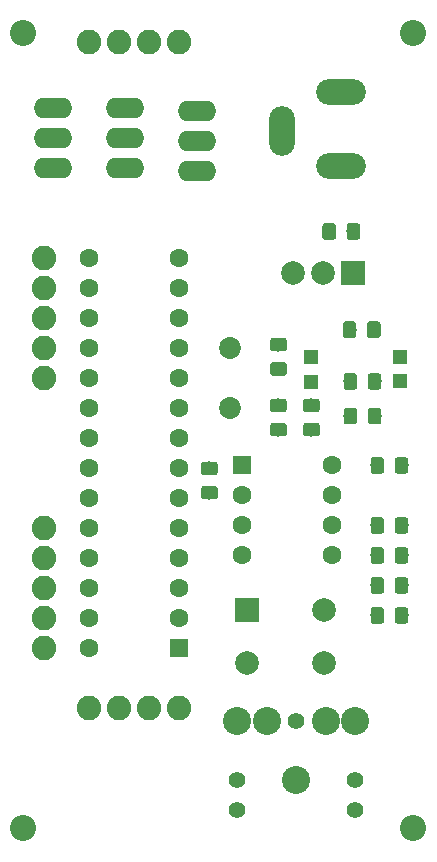
<source format=gts>
G04 #@! TF.GenerationSoftware,KiCad,Pcbnew,(5.1.2)-2*
G04 #@! TF.CreationDate,2019-07-28T18:44:43-04:00*
G04 #@! TF.ProjectId,LED-Music,4c45442d-4d75-4736-9963-2e6b69636164,rev?*
G04 #@! TF.SameCoordinates,Original*
G04 #@! TF.FileFunction,Soldermask,Top*
G04 #@! TF.FilePolarity,Negative*
%FSLAX46Y46*%
G04 Gerber Fmt 4.6, Leading zero omitted, Abs format (unit mm)*
G04 Created by KiCad (PCBNEW (5.1.2)-2) date 2019-07-28 18:44:43*
%MOMM*%
%LPD*%
G04 APERTURE LIST*
%ADD10C,2.203200*%
%ADD11C,1.600000*%
%ADD12R,1.600000X1.600000*%
%ADD13C,0.100000*%
%ADD14C,1.150000*%
%ADD15O,3.251200X1.727200*%
%ADD16R,1.200000X1.200000*%
%ADD17C,2.082800*%
%ADD18C,2.000000*%
%ADD19R,2.000000X2.000000*%
%ADD20C,1.854200*%
%ADD21C,1.402080*%
%ADD22C,2.385060*%
%ADD23O,4.201160X2.202180*%
%ADD24O,2.202180X4.201160*%
G04 APERTURE END LIST*
D10*
X126492000Y-57150000D03*
X159512000Y-57150000D03*
X159512000Y-124460000D03*
X126492000Y-124460000D03*
D11*
X132080000Y-109220000D03*
X132080000Y-106680000D03*
X132080000Y-104140000D03*
X132080000Y-101600000D03*
X132080000Y-99060000D03*
X132080000Y-96520000D03*
X132080000Y-93980000D03*
X132080000Y-91440000D03*
X132080000Y-88900000D03*
X132080000Y-86360000D03*
X132080000Y-83820000D03*
X132080000Y-81280000D03*
X132080000Y-78740000D03*
X132080000Y-76200000D03*
X139700000Y-76200000D03*
X139700000Y-78740000D03*
X139700000Y-81280000D03*
X139700000Y-83820000D03*
X139700000Y-86360000D03*
X139700000Y-88900000D03*
X139700000Y-91440000D03*
X139700000Y-93980000D03*
X139700000Y-96520000D03*
X139700000Y-99060000D03*
X139700000Y-101600000D03*
X139700000Y-104140000D03*
X139700000Y-106680000D03*
D12*
X139700000Y-109220000D03*
D13*
G36*
X152731505Y-73215204D02*
G01*
X152755773Y-73218804D01*
X152779572Y-73224765D01*
X152802671Y-73233030D01*
X152824850Y-73243520D01*
X152845893Y-73256132D01*
X152865599Y-73270747D01*
X152883777Y-73287223D01*
X152900253Y-73305401D01*
X152914868Y-73325107D01*
X152927480Y-73346150D01*
X152937970Y-73368329D01*
X152946235Y-73391428D01*
X152952196Y-73415227D01*
X152955796Y-73439495D01*
X152957000Y-73463999D01*
X152957000Y-74364001D01*
X152955796Y-74388505D01*
X152952196Y-74412773D01*
X152946235Y-74436572D01*
X152937970Y-74459671D01*
X152927480Y-74481850D01*
X152914868Y-74502893D01*
X152900253Y-74522599D01*
X152883777Y-74540777D01*
X152865599Y-74557253D01*
X152845893Y-74571868D01*
X152824850Y-74584480D01*
X152802671Y-74594970D01*
X152779572Y-74603235D01*
X152755773Y-74609196D01*
X152731505Y-74612796D01*
X152707001Y-74614000D01*
X152056999Y-74614000D01*
X152032495Y-74612796D01*
X152008227Y-74609196D01*
X151984428Y-74603235D01*
X151961329Y-74594970D01*
X151939150Y-74584480D01*
X151918107Y-74571868D01*
X151898401Y-74557253D01*
X151880223Y-74540777D01*
X151863747Y-74522599D01*
X151849132Y-74502893D01*
X151836520Y-74481850D01*
X151826030Y-74459671D01*
X151817765Y-74436572D01*
X151811804Y-74412773D01*
X151808204Y-74388505D01*
X151807000Y-74364001D01*
X151807000Y-73463999D01*
X151808204Y-73439495D01*
X151811804Y-73415227D01*
X151817765Y-73391428D01*
X151826030Y-73368329D01*
X151836520Y-73346150D01*
X151849132Y-73325107D01*
X151863747Y-73305401D01*
X151880223Y-73287223D01*
X151898401Y-73270747D01*
X151918107Y-73256132D01*
X151939150Y-73243520D01*
X151961329Y-73233030D01*
X151984428Y-73224765D01*
X152008227Y-73218804D01*
X152032495Y-73215204D01*
X152056999Y-73214000D01*
X152707001Y-73214000D01*
X152731505Y-73215204D01*
X152731505Y-73215204D01*
G37*
D14*
X152382000Y-73914000D03*
D13*
G36*
X154781505Y-73215204D02*
G01*
X154805773Y-73218804D01*
X154829572Y-73224765D01*
X154852671Y-73233030D01*
X154874850Y-73243520D01*
X154895893Y-73256132D01*
X154915599Y-73270747D01*
X154933777Y-73287223D01*
X154950253Y-73305401D01*
X154964868Y-73325107D01*
X154977480Y-73346150D01*
X154987970Y-73368329D01*
X154996235Y-73391428D01*
X155002196Y-73415227D01*
X155005796Y-73439495D01*
X155007000Y-73463999D01*
X155007000Y-74364001D01*
X155005796Y-74388505D01*
X155002196Y-74412773D01*
X154996235Y-74436572D01*
X154987970Y-74459671D01*
X154977480Y-74481850D01*
X154964868Y-74502893D01*
X154950253Y-74522599D01*
X154933777Y-74540777D01*
X154915599Y-74557253D01*
X154895893Y-74571868D01*
X154874850Y-74584480D01*
X154852671Y-74594970D01*
X154829572Y-74603235D01*
X154805773Y-74609196D01*
X154781505Y-74612796D01*
X154757001Y-74614000D01*
X154106999Y-74614000D01*
X154082495Y-74612796D01*
X154058227Y-74609196D01*
X154034428Y-74603235D01*
X154011329Y-74594970D01*
X153989150Y-74584480D01*
X153968107Y-74571868D01*
X153948401Y-74557253D01*
X153930223Y-74540777D01*
X153913747Y-74522599D01*
X153899132Y-74502893D01*
X153886520Y-74481850D01*
X153876030Y-74459671D01*
X153867765Y-74436572D01*
X153861804Y-74412773D01*
X153858204Y-74388505D01*
X153857000Y-74364001D01*
X153857000Y-73463999D01*
X153858204Y-73439495D01*
X153861804Y-73415227D01*
X153867765Y-73391428D01*
X153876030Y-73368329D01*
X153886520Y-73346150D01*
X153899132Y-73325107D01*
X153913747Y-73305401D01*
X153930223Y-73287223D01*
X153948401Y-73270747D01*
X153968107Y-73256132D01*
X153989150Y-73243520D01*
X154011329Y-73233030D01*
X154034428Y-73224765D01*
X154058227Y-73218804D01*
X154082495Y-73215204D01*
X154106999Y-73214000D01*
X154757001Y-73214000D01*
X154781505Y-73215204D01*
X154781505Y-73215204D01*
G37*
D14*
X154432000Y-73914000D03*
D15*
X141224000Y-68834000D03*
X141224000Y-66294000D03*
X141224000Y-63754000D03*
D16*
X150876000Y-86648000D03*
X150876000Y-84548000D03*
D13*
G36*
X151350505Y-90113204D02*
G01*
X151374773Y-90116804D01*
X151398572Y-90122765D01*
X151421671Y-90131030D01*
X151443850Y-90141520D01*
X151464893Y-90154132D01*
X151484599Y-90168747D01*
X151502777Y-90185223D01*
X151519253Y-90203401D01*
X151533868Y-90223107D01*
X151546480Y-90244150D01*
X151556970Y-90266329D01*
X151565235Y-90289428D01*
X151571196Y-90313227D01*
X151574796Y-90337495D01*
X151576000Y-90361999D01*
X151576000Y-91012001D01*
X151574796Y-91036505D01*
X151571196Y-91060773D01*
X151565235Y-91084572D01*
X151556970Y-91107671D01*
X151546480Y-91129850D01*
X151533868Y-91150893D01*
X151519253Y-91170599D01*
X151502777Y-91188777D01*
X151484599Y-91205253D01*
X151464893Y-91219868D01*
X151443850Y-91232480D01*
X151421671Y-91242970D01*
X151398572Y-91251235D01*
X151374773Y-91257196D01*
X151350505Y-91260796D01*
X151326001Y-91262000D01*
X150425999Y-91262000D01*
X150401495Y-91260796D01*
X150377227Y-91257196D01*
X150353428Y-91251235D01*
X150330329Y-91242970D01*
X150308150Y-91232480D01*
X150287107Y-91219868D01*
X150267401Y-91205253D01*
X150249223Y-91188777D01*
X150232747Y-91170599D01*
X150218132Y-91150893D01*
X150205520Y-91129850D01*
X150195030Y-91107671D01*
X150186765Y-91084572D01*
X150180804Y-91060773D01*
X150177204Y-91036505D01*
X150176000Y-91012001D01*
X150176000Y-90361999D01*
X150177204Y-90337495D01*
X150180804Y-90313227D01*
X150186765Y-90289428D01*
X150195030Y-90266329D01*
X150205520Y-90244150D01*
X150218132Y-90223107D01*
X150232747Y-90203401D01*
X150249223Y-90185223D01*
X150267401Y-90168747D01*
X150287107Y-90154132D01*
X150308150Y-90141520D01*
X150330329Y-90131030D01*
X150353428Y-90122765D01*
X150377227Y-90116804D01*
X150401495Y-90113204D01*
X150425999Y-90112000D01*
X151326001Y-90112000D01*
X151350505Y-90113204D01*
X151350505Y-90113204D01*
G37*
D14*
X150876000Y-90687000D03*
D13*
G36*
X151350505Y-88063204D02*
G01*
X151374773Y-88066804D01*
X151398572Y-88072765D01*
X151421671Y-88081030D01*
X151443850Y-88091520D01*
X151464893Y-88104132D01*
X151484599Y-88118747D01*
X151502777Y-88135223D01*
X151519253Y-88153401D01*
X151533868Y-88173107D01*
X151546480Y-88194150D01*
X151556970Y-88216329D01*
X151565235Y-88239428D01*
X151571196Y-88263227D01*
X151574796Y-88287495D01*
X151576000Y-88311999D01*
X151576000Y-88962001D01*
X151574796Y-88986505D01*
X151571196Y-89010773D01*
X151565235Y-89034572D01*
X151556970Y-89057671D01*
X151546480Y-89079850D01*
X151533868Y-89100893D01*
X151519253Y-89120599D01*
X151502777Y-89138777D01*
X151484599Y-89155253D01*
X151464893Y-89169868D01*
X151443850Y-89182480D01*
X151421671Y-89192970D01*
X151398572Y-89201235D01*
X151374773Y-89207196D01*
X151350505Y-89210796D01*
X151326001Y-89212000D01*
X150425999Y-89212000D01*
X150401495Y-89210796D01*
X150377227Y-89207196D01*
X150353428Y-89201235D01*
X150330329Y-89192970D01*
X150308150Y-89182480D01*
X150287107Y-89169868D01*
X150267401Y-89155253D01*
X150249223Y-89138777D01*
X150232747Y-89120599D01*
X150218132Y-89100893D01*
X150205520Y-89079850D01*
X150195030Y-89057671D01*
X150186765Y-89034572D01*
X150180804Y-89010773D01*
X150177204Y-88986505D01*
X150176000Y-88962001D01*
X150176000Y-88311999D01*
X150177204Y-88287495D01*
X150180804Y-88263227D01*
X150186765Y-88239428D01*
X150195030Y-88216329D01*
X150205520Y-88194150D01*
X150218132Y-88173107D01*
X150232747Y-88153401D01*
X150249223Y-88135223D01*
X150267401Y-88118747D01*
X150287107Y-88104132D01*
X150308150Y-88091520D01*
X150330329Y-88081030D01*
X150353428Y-88072765D01*
X150377227Y-88066804D01*
X150401495Y-88063204D01*
X150425999Y-88062000D01*
X151326001Y-88062000D01*
X151350505Y-88063204D01*
X151350505Y-88063204D01*
G37*
D14*
X150876000Y-88637000D03*
D17*
X128270000Y-76200000D03*
X128270000Y-78740000D03*
X128270000Y-81280000D03*
X128270000Y-83820000D03*
X128270000Y-86360000D03*
X132080000Y-114300000D03*
X134620000Y-114300000D03*
X137160000Y-114300000D03*
X139700000Y-114300000D03*
X128270000Y-109220000D03*
X128270000Y-106680000D03*
X128270000Y-104140000D03*
X128270000Y-101600000D03*
X128270000Y-99060000D03*
D11*
X152654000Y-93726000D03*
X152654000Y-96266000D03*
X152654000Y-98806000D03*
X152654000Y-101346000D03*
X145034000Y-101346000D03*
X145034000Y-98806000D03*
X145034000Y-96266000D03*
D12*
X145034000Y-93726000D03*
D18*
X151916200Y-110428600D03*
X145416200Y-110428600D03*
X151916200Y-105928600D03*
D19*
X145416200Y-105928600D03*
D20*
X144018000Y-83820000D03*
X144018000Y-88900000D03*
D18*
X149352000Y-77470000D03*
X151892000Y-77470000D03*
D19*
X154432000Y-77470000D03*
D13*
G36*
X142714505Y-93406204D02*
G01*
X142738773Y-93409804D01*
X142762572Y-93415765D01*
X142785671Y-93424030D01*
X142807850Y-93434520D01*
X142828893Y-93447132D01*
X142848599Y-93461747D01*
X142866777Y-93478223D01*
X142883253Y-93496401D01*
X142897868Y-93516107D01*
X142910480Y-93537150D01*
X142920970Y-93559329D01*
X142929235Y-93582428D01*
X142935196Y-93606227D01*
X142938796Y-93630495D01*
X142940000Y-93654999D01*
X142940000Y-94305001D01*
X142938796Y-94329505D01*
X142935196Y-94353773D01*
X142929235Y-94377572D01*
X142920970Y-94400671D01*
X142910480Y-94422850D01*
X142897868Y-94443893D01*
X142883253Y-94463599D01*
X142866777Y-94481777D01*
X142848599Y-94498253D01*
X142828893Y-94512868D01*
X142807850Y-94525480D01*
X142785671Y-94535970D01*
X142762572Y-94544235D01*
X142738773Y-94550196D01*
X142714505Y-94553796D01*
X142690001Y-94555000D01*
X141789999Y-94555000D01*
X141765495Y-94553796D01*
X141741227Y-94550196D01*
X141717428Y-94544235D01*
X141694329Y-94535970D01*
X141672150Y-94525480D01*
X141651107Y-94512868D01*
X141631401Y-94498253D01*
X141613223Y-94481777D01*
X141596747Y-94463599D01*
X141582132Y-94443893D01*
X141569520Y-94422850D01*
X141559030Y-94400671D01*
X141550765Y-94377572D01*
X141544804Y-94353773D01*
X141541204Y-94329505D01*
X141540000Y-94305001D01*
X141540000Y-93654999D01*
X141541204Y-93630495D01*
X141544804Y-93606227D01*
X141550765Y-93582428D01*
X141559030Y-93559329D01*
X141569520Y-93537150D01*
X141582132Y-93516107D01*
X141596747Y-93496401D01*
X141613223Y-93478223D01*
X141631401Y-93461747D01*
X141651107Y-93447132D01*
X141672150Y-93434520D01*
X141694329Y-93424030D01*
X141717428Y-93415765D01*
X141741227Y-93409804D01*
X141765495Y-93406204D01*
X141789999Y-93405000D01*
X142690001Y-93405000D01*
X142714505Y-93406204D01*
X142714505Y-93406204D01*
G37*
D14*
X142240000Y-93980000D03*
D13*
G36*
X142714505Y-95456204D02*
G01*
X142738773Y-95459804D01*
X142762572Y-95465765D01*
X142785671Y-95474030D01*
X142807850Y-95484520D01*
X142828893Y-95497132D01*
X142848599Y-95511747D01*
X142866777Y-95528223D01*
X142883253Y-95546401D01*
X142897868Y-95566107D01*
X142910480Y-95587150D01*
X142920970Y-95609329D01*
X142929235Y-95632428D01*
X142935196Y-95656227D01*
X142938796Y-95680495D01*
X142940000Y-95704999D01*
X142940000Y-96355001D01*
X142938796Y-96379505D01*
X142935196Y-96403773D01*
X142929235Y-96427572D01*
X142920970Y-96450671D01*
X142910480Y-96472850D01*
X142897868Y-96493893D01*
X142883253Y-96513599D01*
X142866777Y-96531777D01*
X142848599Y-96548253D01*
X142828893Y-96562868D01*
X142807850Y-96575480D01*
X142785671Y-96585970D01*
X142762572Y-96594235D01*
X142738773Y-96600196D01*
X142714505Y-96603796D01*
X142690001Y-96605000D01*
X141789999Y-96605000D01*
X141765495Y-96603796D01*
X141741227Y-96600196D01*
X141717428Y-96594235D01*
X141694329Y-96585970D01*
X141672150Y-96575480D01*
X141651107Y-96562868D01*
X141631401Y-96548253D01*
X141613223Y-96531777D01*
X141596747Y-96513599D01*
X141582132Y-96493893D01*
X141569520Y-96472850D01*
X141559030Y-96450671D01*
X141550765Y-96427572D01*
X141544804Y-96403773D01*
X141541204Y-96379505D01*
X141540000Y-96355001D01*
X141540000Y-95704999D01*
X141541204Y-95680495D01*
X141544804Y-95656227D01*
X141550765Y-95632428D01*
X141559030Y-95609329D01*
X141569520Y-95587150D01*
X141582132Y-95566107D01*
X141596747Y-95546401D01*
X141613223Y-95528223D01*
X141631401Y-95511747D01*
X141651107Y-95497132D01*
X141672150Y-95484520D01*
X141694329Y-95474030D01*
X141717428Y-95465765D01*
X141741227Y-95459804D01*
X141765495Y-95456204D01*
X141789999Y-95455000D01*
X142690001Y-95455000D01*
X142714505Y-95456204D01*
X142714505Y-95456204D01*
G37*
D14*
X142240000Y-96030000D03*
D13*
G36*
X156577505Y-88836204D02*
G01*
X156601773Y-88839804D01*
X156625572Y-88845765D01*
X156648671Y-88854030D01*
X156670850Y-88864520D01*
X156691893Y-88877132D01*
X156711599Y-88891747D01*
X156729777Y-88908223D01*
X156746253Y-88926401D01*
X156760868Y-88946107D01*
X156773480Y-88967150D01*
X156783970Y-88989329D01*
X156792235Y-89012428D01*
X156798196Y-89036227D01*
X156801796Y-89060495D01*
X156803000Y-89084999D01*
X156803000Y-89985001D01*
X156801796Y-90009505D01*
X156798196Y-90033773D01*
X156792235Y-90057572D01*
X156783970Y-90080671D01*
X156773480Y-90102850D01*
X156760868Y-90123893D01*
X156746253Y-90143599D01*
X156729777Y-90161777D01*
X156711599Y-90178253D01*
X156691893Y-90192868D01*
X156670850Y-90205480D01*
X156648671Y-90215970D01*
X156625572Y-90224235D01*
X156601773Y-90230196D01*
X156577505Y-90233796D01*
X156553001Y-90235000D01*
X155902999Y-90235000D01*
X155878495Y-90233796D01*
X155854227Y-90230196D01*
X155830428Y-90224235D01*
X155807329Y-90215970D01*
X155785150Y-90205480D01*
X155764107Y-90192868D01*
X155744401Y-90178253D01*
X155726223Y-90161777D01*
X155709747Y-90143599D01*
X155695132Y-90123893D01*
X155682520Y-90102850D01*
X155672030Y-90080671D01*
X155663765Y-90057572D01*
X155657804Y-90033773D01*
X155654204Y-90009505D01*
X155653000Y-89985001D01*
X155653000Y-89084999D01*
X155654204Y-89060495D01*
X155657804Y-89036227D01*
X155663765Y-89012428D01*
X155672030Y-88989329D01*
X155682520Y-88967150D01*
X155695132Y-88946107D01*
X155709747Y-88926401D01*
X155726223Y-88908223D01*
X155744401Y-88891747D01*
X155764107Y-88877132D01*
X155785150Y-88864520D01*
X155807329Y-88854030D01*
X155830428Y-88845765D01*
X155854227Y-88839804D01*
X155878495Y-88836204D01*
X155902999Y-88835000D01*
X156553001Y-88835000D01*
X156577505Y-88836204D01*
X156577505Y-88836204D01*
G37*
D14*
X156228000Y-89535000D03*
D13*
G36*
X154527505Y-88836204D02*
G01*
X154551773Y-88839804D01*
X154575572Y-88845765D01*
X154598671Y-88854030D01*
X154620850Y-88864520D01*
X154641893Y-88877132D01*
X154661599Y-88891747D01*
X154679777Y-88908223D01*
X154696253Y-88926401D01*
X154710868Y-88946107D01*
X154723480Y-88967150D01*
X154733970Y-88989329D01*
X154742235Y-89012428D01*
X154748196Y-89036227D01*
X154751796Y-89060495D01*
X154753000Y-89084999D01*
X154753000Y-89985001D01*
X154751796Y-90009505D01*
X154748196Y-90033773D01*
X154742235Y-90057572D01*
X154733970Y-90080671D01*
X154723480Y-90102850D01*
X154710868Y-90123893D01*
X154696253Y-90143599D01*
X154679777Y-90161777D01*
X154661599Y-90178253D01*
X154641893Y-90192868D01*
X154620850Y-90205480D01*
X154598671Y-90215970D01*
X154575572Y-90224235D01*
X154551773Y-90230196D01*
X154527505Y-90233796D01*
X154503001Y-90235000D01*
X153852999Y-90235000D01*
X153828495Y-90233796D01*
X153804227Y-90230196D01*
X153780428Y-90224235D01*
X153757329Y-90215970D01*
X153735150Y-90205480D01*
X153714107Y-90192868D01*
X153694401Y-90178253D01*
X153676223Y-90161777D01*
X153659747Y-90143599D01*
X153645132Y-90123893D01*
X153632520Y-90102850D01*
X153622030Y-90080671D01*
X153613765Y-90057572D01*
X153607804Y-90033773D01*
X153604204Y-90009505D01*
X153603000Y-89985001D01*
X153603000Y-89084999D01*
X153604204Y-89060495D01*
X153607804Y-89036227D01*
X153613765Y-89012428D01*
X153622030Y-88989329D01*
X153632520Y-88967150D01*
X153645132Y-88946107D01*
X153659747Y-88926401D01*
X153676223Y-88908223D01*
X153694401Y-88891747D01*
X153714107Y-88877132D01*
X153735150Y-88864520D01*
X153757329Y-88854030D01*
X153780428Y-88845765D01*
X153804227Y-88839804D01*
X153828495Y-88836204D01*
X153852999Y-88835000D01*
X154503001Y-88835000D01*
X154527505Y-88836204D01*
X154527505Y-88836204D01*
G37*
D14*
X154178000Y-89535000D03*
D13*
G36*
X156804505Y-105727204D02*
G01*
X156828773Y-105730804D01*
X156852572Y-105736765D01*
X156875671Y-105745030D01*
X156897850Y-105755520D01*
X156918893Y-105768132D01*
X156938599Y-105782747D01*
X156956777Y-105799223D01*
X156973253Y-105817401D01*
X156987868Y-105837107D01*
X157000480Y-105858150D01*
X157010970Y-105880329D01*
X157019235Y-105903428D01*
X157025196Y-105927227D01*
X157028796Y-105951495D01*
X157030000Y-105975999D01*
X157030000Y-106876001D01*
X157028796Y-106900505D01*
X157025196Y-106924773D01*
X157019235Y-106948572D01*
X157010970Y-106971671D01*
X157000480Y-106993850D01*
X156987868Y-107014893D01*
X156973253Y-107034599D01*
X156956777Y-107052777D01*
X156938599Y-107069253D01*
X156918893Y-107083868D01*
X156897850Y-107096480D01*
X156875671Y-107106970D01*
X156852572Y-107115235D01*
X156828773Y-107121196D01*
X156804505Y-107124796D01*
X156780001Y-107126000D01*
X156129999Y-107126000D01*
X156105495Y-107124796D01*
X156081227Y-107121196D01*
X156057428Y-107115235D01*
X156034329Y-107106970D01*
X156012150Y-107096480D01*
X155991107Y-107083868D01*
X155971401Y-107069253D01*
X155953223Y-107052777D01*
X155936747Y-107034599D01*
X155922132Y-107014893D01*
X155909520Y-106993850D01*
X155899030Y-106971671D01*
X155890765Y-106948572D01*
X155884804Y-106924773D01*
X155881204Y-106900505D01*
X155880000Y-106876001D01*
X155880000Y-105975999D01*
X155881204Y-105951495D01*
X155884804Y-105927227D01*
X155890765Y-105903428D01*
X155899030Y-105880329D01*
X155909520Y-105858150D01*
X155922132Y-105837107D01*
X155936747Y-105817401D01*
X155953223Y-105799223D01*
X155971401Y-105782747D01*
X155991107Y-105768132D01*
X156012150Y-105755520D01*
X156034329Y-105745030D01*
X156057428Y-105736765D01*
X156081227Y-105730804D01*
X156105495Y-105727204D01*
X156129999Y-105726000D01*
X156780001Y-105726000D01*
X156804505Y-105727204D01*
X156804505Y-105727204D01*
G37*
D14*
X156455000Y-106426000D03*
D13*
G36*
X158854505Y-105727204D02*
G01*
X158878773Y-105730804D01*
X158902572Y-105736765D01*
X158925671Y-105745030D01*
X158947850Y-105755520D01*
X158968893Y-105768132D01*
X158988599Y-105782747D01*
X159006777Y-105799223D01*
X159023253Y-105817401D01*
X159037868Y-105837107D01*
X159050480Y-105858150D01*
X159060970Y-105880329D01*
X159069235Y-105903428D01*
X159075196Y-105927227D01*
X159078796Y-105951495D01*
X159080000Y-105975999D01*
X159080000Y-106876001D01*
X159078796Y-106900505D01*
X159075196Y-106924773D01*
X159069235Y-106948572D01*
X159060970Y-106971671D01*
X159050480Y-106993850D01*
X159037868Y-107014893D01*
X159023253Y-107034599D01*
X159006777Y-107052777D01*
X158988599Y-107069253D01*
X158968893Y-107083868D01*
X158947850Y-107096480D01*
X158925671Y-107106970D01*
X158902572Y-107115235D01*
X158878773Y-107121196D01*
X158854505Y-107124796D01*
X158830001Y-107126000D01*
X158179999Y-107126000D01*
X158155495Y-107124796D01*
X158131227Y-107121196D01*
X158107428Y-107115235D01*
X158084329Y-107106970D01*
X158062150Y-107096480D01*
X158041107Y-107083868D01*
X158021401Y-107069253D01*
X158003223Y-107052777D01*
X157986747Y-107034599D01*
X157972132Y-107014893D01*
X157959520Y-106993850D01*
X157949030Y-106971671D01*
X157940765Y-106948572D01*
X157934804Y-106924773D01*
X157931204Y-106900505D01*
X157930000Y-106876001D01*
X157930000Y-105975999D01*
X157931204Y-105951495D01*
X157934804Y-105927227D01*
X157940765Y-105903428D01*
X157949030Y-105880329D01*
X157959520Y-105858150D01*
X157972132Y-105837107D01*
X157986747Y-105817401D01*
X158003223Y-105799223D01*
X158021401Y-105782747D01*
X158041107Y-105768132D01*
X158062150Y-105755520D01*
X158084329Y-105745030D01*
X158107428Y-105736765D01*
X158131227Y-105730804D01*
X158155495Y-105727204D01*
X158179999Y-105726000D01*
X158830001Y-105726000D01*
X158854505Y-105727204D01*
X158854505Y-105727204D01*
G37*
D14*
X158505000Y-106426000D03*
D13*
G36*
X156804505Y-103187204D02*
G01*
X156828773Y-103190804D01*
X156852572Y-103196765D01*
X156875671Y-103205030D01*
X156897850Y-103215520D01*
X156918893Y-103228132D01*
X156938599Y-103242747D01*
X156956777Y-103259223D01*
X156973253Y-103277401D01*
X156987868Y-103297107D01*
X157000480Y-103318150D01*
X157010970Y-103340329D01*
X157019235Y-103363428D01*
X157025196Y-103387227D01*
X157028796Y-103411495D01*
X157030000Y-103435999D01*
X157030000Y-104336001D01*
X157028796Y-104360505D01*
X157025196Y-104384773D01*
X157019235Y-104408572D01*
X157010970Y-104431671D01*
X157000480Y-104453850D01*
X156987868Y-104474893D01*
X156973253Y-104494599D01*
X156956777Y-104512777D01*
X156938599Y-104529253D01*
X156918893Y-104543868D01*
X156897850Y-104556480D01*
X156875671Y-104566970D01*
X156852572Y-104575235D01*
X156828773Y-104581196D01*
X156804505Y-104584796D01*
X156780001Y-104586000D01*
X156129999Y-104586000D01*
X156105495Y-104584796D01*
X156081227Y-104581196D01*
X156057428Y-104575235D01*
X156034329Y-104566970D01*
X156012150Y-104556480D01*
X155991107Y-104543868D01*
X155971401Y-104529253D01*
X155953223Y-104512777D01*
X155936747Y-104494599D01*
X155922132Y-104474893D01*
X155909520Y-104453850D01*
X155899030Y-104431671D01*
X155890765Y-104408572D01*
X155884804Y-104384773D01*
X155881204Y-104360505D01*
X155880000Y-104336001D01*
X155880000Y-103435999D01*
X155881204Y-103411495D01*
X155884804Y-103387227D01*
X155890765Y-103363428D01*
X155899030Y-103340329D01*
X155909520Y-103318150D01*
X155922132Y-103297107D01*
X155936747Y-103277401D01*
X155953223Y-103259223D01*
X155971401Y-103242747D01*
X155991107Y-103228132D01*
X156012150Y-103215520D01*
X156034329Y-103205030D01*
X156057428Y-103196765D01*
X156081227Y-103190804D01*
X156105495Y-103187204D01*
X156129999Y-103186000D01*
X156780001Y-103186000D01*
X156804505Y-103187204D01*
X156804505Y-103187204D01*
G37*
D14*
X156455000Y-103886000D03*
D13*
G36*
X158854505Y-103187204D02*
G01*
X158878773Y-103190804D01*
X158902572Y-103196765D01*
X158925671Y-103205030D01*
X158947850Y-103215520D01*
X158968893Y-103228132D01*
X158988599Y-103242747D01*
X159006777Y-103259223D01*
X159023253Y-103277401D01*
X159037868Y-103297107D01*
X159050480Y-103318150D01*
X159060970Y-103340329D01*
X159069235Y-103363428D01*
X159075196Y-103387227D01*
X159078796Y-103411495D01*
X159080000Y-103435999D01*
X159080000Y-104336001D01*
X159078796Y-104360505D01*
X159075196Y-104384773D01*
X159069235Y-104408572D01*
X159060970Y-104431671D01*
X159050480Y-104453850D01*
X159037868Y-104474893D01*
X159023253Y-104494599D01*
X159006777Y-104512777D01*
X158988599Y-104529253D01*
X158968893Y-104543868D01*
X158947850Y-104556480D01*
X158925671Y-104566970D01*
X158902572Y-104575235D01*
X158878773Y-104581196D01*
X158854505Y-104584796D01*
X158830001Y-104586000D01*
X158179999Y-104586000D01*
X158155495Y-104584796D01*
X158131227Y-104581196D01*
X158107428Y-104575235D01*
X158084329Y-104566970D01*
X158062150Y-104556480D01*
X158041107Y-104543868D01*
X158021401Y-104529253D01*
X158003223Y-104512777D01*
X157986747Y-104494599D01*
X157972132Y-104474893D01*
X157959520Y-104453850D01*
X157949030Y-104431671D01*
X157940765Y-104408572D01*
X157934804Y-104384773D01*
X157931204Y-104360505D01*
X157930000Y-104336001D01*
X157930000Y-103435999D01*
X157931204Y-103411495D01*
X157934804Y-103387227D01*
X157940765Y-103363428D01*
X157949030Y-103340329D01*
X157959520Y-103318150D01*
X157972132Y-103297107D01*
X157986747Y-103277401D01*
X158003223Y-103259223D01*
X158021401Y-103242747D01*
X158041107Y-103228132D01*
X158062150Y-103215520D01*
X158084329Y-103205030D01*
X158107428Y-103196765D01*
X158131227Y-103190804D01*
X158155495Y-103187204D01*
X158179999Y-103186000D01*
X158830001Y-103186000D01*
X158854505Y-103187204D01*
X158854505Y-103187204D01*
G37*
D14*
X158505000Y-103886000D03*
D13*
G36*
X154518505Y-85915204D02*
G01*
X154542773Y-85918804D01*
X154566572Y-85924765D01*
X154589671Y-85933030D01*
X154611850Y-85943520D01*
X154632893Y-85956132D01*
X154652599Y-85970747D01*
X154670777Y-85987223D01*
X154687253Y-86005401D01*
X154701868Y-86025107D01*
X154714480Y-86046150D01*
X154724970Y-86068329D01*
X154733235Y-86091428D01*
X154739196Y-86115227D01*
X154742796Y-86139495D01*
X154744000Y-86163999D01*
X154744000Y-87064001D01*
X154742796Y-87088505D01*
X154739196Y-87112773D01*
X154733235Y-87136572D01*
X154724970Y-87159671D01*
X154714480Y-87181850D01*
X154701868Y-87202893D01*
X154687253Y-87222599D01*
X154670777Y-87240777D01*
X154652599Y-87257253D01*
X154632893Y-87271868D01*
X154611850Y-87284480D01*
X154589671Y-87294970D01*
X154566572Y-87303235D01*
X154542773Y-87309196D01*
X154518505Y-87312796D01*
X154494001Y-87314000D01*
X153843999Y-87314000D01*
X153819495Y-87312796D01*
X153795227Y-87309196D01*
X153771428Y-87303235D01*
X153748329Y-87294970D01*
X153726150Y-87284480D01*
X153705107Y-87271868D01*
X153685401Y-87257253D01*
X153667223Y-87240777D01*
X153650747Y-87222599D01*
X153636132Y-87202893D01*
X153623520Y-87181850D01*
X153613030Y-87159671D01*
X153604765Y-87136572D01*
X153598804Y-87112773D01*
X153595204Y-87088505D01*
X153594000Y-87064001D01*
X153594000Y-86163999D01*
X153595204Y-86139495D01*
X153598804Y-86115227D01*
X153604765Y-86091428D01*
X153613030Y-86068329D01*
X153623520Y-86046150D01*
X153636132Y-86025107D01*
X153650747Y-86005401D01*
X153667223Y-85987223D01*
X153685401Y-85970747D01*
X153705107Y-85956132D01*
X153726150Y-85943520D01*
X153748329Y-85933030D01*
X153771428Y-85924765D01*
X153795227Y-85918804D01*
X153819495Y-85915204D01*
X153843999Y-85914000D01*
X154494001Y-85914000D01*
X154518505Y-85915204D01*
X154518505Y-85915204D01*
G37*
D14*
X154169000Y-86614000D03*
D13*
G36*
X156568505Y-85915204D02*
G01*
X156592773Y-85918804D01*
X156616572Y-85924765D01*
X156639671Y-85933030D01*
X156661850Y-85943520D01*
X156682893Y-85956132D01*
X156702599Y-85970747D01*
X156720777Y-85987223D01*
X156737253Y-86005401D01*
X156751868Y-86025107D01*
X156764480Y-86046150D01*
X156774970Y-86068329D01*
X156783235Y-86091428D01*
X156789196Y-86115227D01*
X156792796Y-86139495D01*
X156794000Y-86163999D01*
X156794000Y-87064001D01*
X156792796Y-87088505D01*
X156789196Y-87112773D01*
X156783235Y-87136572D01*
X156774970Y-87159671D01*
X156764480Y-87181850D01*
X156751868Y-87202893D01*
X156737253Y-87222599D01*
X156720777Y-87240777D01*
X156702599Y-87257253D01*
X156682893Y-87271868D01*
X156661850Y-87284480D01*
X156639671Y-87294970D01*
X156616572Y-87303235D01*
X156592773Y-87309196D01*
X156568505Y-87312796D01*
X156544001Y-87314000D01*
X155893999Y-87314000D01*
X155869495Y-87312796D01*
X155845227Y-87309196D01*
X155821428Y-87303235D01*
X155798329Y-87294970D01*
X155776150Y-87284480D01*
X155755107Y-87271868D01*
X155735401Y-87257253D01*
X155717223Y-87240777D01*
X155700747Y-87222599D01*
X155686132Y-87202893D01*
X155673520Y-87181850D01*
X155663030Y-87159671D01*
X155654765Y-87136572D01*
X155648804Y-87112773D01*
X155645204Y-87088505D01*
X155644000Y-87064001D01*
X155644000Y-86163999D01*
X155645204Y-86139495D01*
X155648804Y-86115227D01*
X155654765Y-86091428D01*
X155663030Y-86068329D01*
X155673520Y-86046150D01*
X155686132Y-86025107D01*
X155700747Y-86005401D01*
X155717223Y-85987223D01*
X155735401Y-85970747D01*
X155755107Y-85956132D01*
X155776150Y-85943520D01*
X155798329Y-85933030D01*
X155821428Y-85924765D01*
X155845227Y-85918804D01*
X155869495Y-85915204D01*
X155893999Y-85914000D01*
X156544001Y-85914000D01*
X156568505Y-85915204D01*
X156568505Y-85915204D01*
G37*
D14*
X156219000Y-86614000D03*
D15*
X129032000Y-68580000D03*
X129032000Y-66040000D03*
X129032000Y-63500000D03*
X135128000Y-68580000D03*
X135128000Y-66040000D03*
X135128000Y-63500000D03*
D17*
X132080000Y-57912000D03*
X134620000Y-57912000D03*
X137160000Y-57912000D03*
X139700000Y-57912000D03*
D21*
X149606000Y-115397280D03*
X154604720Y-120396000D03*
X154604720Y-122895360D03*
X144607280Y-122895360D03*
X144607280Y-120396000D03*
D22*
X152105360Y-115397280D03*
X154604720Y-115397280D03*
X149606000Y-120396000D03*
X147106640Y-115397280D03*
X144607280Y-115397280D03*
D23*
X153377900Y-68409820D03*
D24*
X148376640Y-65407540D03*
D23*
X153377900Y-62108080D03*
D16*
X158369000Y-86614000D03*
X158369000Y-84514000D03*
D13*
G36*
X158854505Y-98107204D02*
G01*
X158878773Y-98110804D01*
X158902572Y-98116765D01*
X158925671Y-98125030D01*
X158947850Y-98135520D01*
X158968893Y-98148132D01*
X158988599Y-98162747D01*
X159006777Y-98179223D01*
X159023253Y-98197401D01*
X159037868Y-98217107D01*
X159050480Y-98238150D01*
X159060970Y-98260329D01*
X159069235Y-98283428D01*
X159075196Y-98307227D01*
X159078796Y-98331495D01*
X159080000Y-98355999D01*
X159080000Y-99256001D01*
X159078796Y-99280505D01*
X159075196Y-99304773D01*
X159069235Y-99328572D01*
X159060970Y-99351671D01*
X159050480Y-99373850D01*
X159037868Y-99394893D01*
X159023253Y-99414599D01*
X159006777Y-99432777D01*
X158988599Y-99449253D01*
X158968893Y-99463868D01*
X158947850Y-99476480D01*
X158925671Y-99486970D01*
X158902572Y-99495235D01*
X158878773Y-99501196D01*
X158854505Y-99504796D01*
X158830001Y-99506000D01*
X158179999Y-99506000D01*
X158155495Y-99504796D01*
X158131227Y-99501196D01*
X158107428Y-99495235D01*
X158084329Y-99486970D01*
X158062150Y-99476480D01*
X158041107Y-99463868D01*
X158021401Y-99449253D01*
X158003223Y-99432777D01*
X157986747Y-99414599D01*
X157972132Y-99394893D01*
X157959520Y-99373850D01*
X157949030Y-99351671D01*
X157940765Y-99328572D01*
X157934804Y-99304773D01*
X157931204Y-99280505D01*
X157930000Y-99256001D01*
X157930000Y-98355999D01*
X157931204Y-98331495D01*
X157934804Y-98307227D01*
X157940765Y-98283428D01*
X157949030Y-98260329D01*
X157959520Y-98238150D01*
X157972132Y-98217107D01*
X157986747Y-98197401D01*
X158003223Y-98179223D01*
X158021401Y-98162747D01*
X158041107Y-98148132D01*
X158062150Y-98135520D01*
X158084329Y-98125030D01*
X158107428Y-98116765D01*
X158131227Y-98110804D01*
X158155495Y-98107204D01*
X158179999Y-98106000D01*
X158830001Y-98106000D01*
X158854505Y-98107204D01*
X158854505Y-98107204D01*
G37*
D14*
X158505000Y-98806000D03*
D13*
G36*
X156804505Y-98107204D02*
G01*
X156828773Y-98110804D01*
X156852572Y-98116765D01*
X156875671Y-98125030D01*
X156897850Y-98135520D01*
X156918893Y-98148132D01*
X156938599Y-98162747D01*
X156956777Y-98179223D01*
X156973253Y-98197401D01*
X156987868Y-98217107D01*
X157000480Y-98238150D01*
X157010970Y-98260329D01*
X157019235Y-98283428D01*
X157025196Y-98307227D01*
X157028796Y-98331495D01*
X157030000Y-98355999D01*
X157030000Y-99256001D01*
X157028796Y-99280505D01*
X157025196Y-99304773D01*
X157019235Y-99328572D01*
X157010970Y-99351671D01*
X157000480Y-99373850D01*
X156987868Y-99394893D01*
X156973253Y-99414599D01*
X156956777Y-99432777D01*
X156938599Y-99449253D01*
X156918893Y-99463868D01*
X156897850Y-99476480D01*
X156875671Y-99486970D01*
X156852572Y-99495235D01*
X156828773Y-99501196D01*
X156804505Y-99504796D01*
X156780001Y-99506000D01*
X156129999Y-99506000D01*
X156105495Y-99504796D01*
X156081227Y-99501196D01*
X156057428Y-99495235D01*
X156034329Y-99486970D01*
X156012150Y-99476480D01*
X155991107Y-99463868D01*
X155971401Y-99449253D01*
X155953223Y-99432777D01*
X155936747Y-99414599D01*
X155922132Y-99394893D01*
X155909520Y-99373850D01*
X155899030Y-99351671D01*
X155890765Y-99328572D01*
X155884804Y-99304773D01*
X155881204Y-99280505D01*
X155880000Y-99256001D01*
X155880000Y-98355999D01*
X155881204Y-98331495D01*
X155884804Y-98307227D01*
X155890765Y-98283428D01*
X155899030Y-98260329D01*
X155909520Y-98238150D01*
X155922132Y-98217107D01*
X155936747Y-98197401D01*
X155953223Y-98179223D01*
X155971401Y-98162747D01*
X155991107Y-98148132D01*
X156012150Y-98135520D01*
X156034329Y-98125030D01*
X156057428Y-98116765D01*
X156081227Y-98110804D01*
X156105495Y-98107204D01*
X156129999Y-98106000D01*
X156780001Y-98106000D01*
X156804505Y-98107204D01*
X156804505Y-98107204D01*
G37*
D14*
X156455000Y-98806000D03*
D13*
G36*
X156804505Y-93027204D02*
G01*
X156828773Y-93030804D01*
X156852572Y-93036765D01*
X156875671Y-93045030D01*
X156897850Y-93055520D01*
X156918893Y-93068132D01*
X156938599Y-93082747D01*
X156956777Y-93099223D01*
X156973253Y-93117401D01*
X156987868Y-93137107D01*
X157000480Y-93158150D01*
X157010970Y-93180329D01*
X157019235Y-93203428D01*
X157025196Y-93227227D01*
X157028796Y-93251495D01*
X157030000Y-93275999D01*
X157030000Y-94176001D01*
X157028796Y-94200505D01*
X157025196Y-94224773D01*
X157019235Y-94248572D01*
X157010970Y-94271671D01*
X157000480Y-94293850D01*
X156987868Y-94314893D01*
X156973253Y-94334599D01*
X156956777Y-94352777D01*
X156938599Y-94369253D01*
X156918893Y-94383868D01*
X156897850Y-94396480D01*
X156875671Y-94406970D01*
X156852572Y-94415235D01*
X156828773Y-94421196D01*
X156804505Y-94424796D01*
X156780001Y-94426000D01*
X156129999Y-94426000D01*
X156105495Y-94424796D01*
X156081227Y-94421196D01*
X156057428Y-94415235D01*
X156034329Y-94406970D01*
X156012150Y-94396480D01*
X155991107Y-94383868D01*
X155971401Y-94369253D01*
X155953223Y-94352777D01*
X155936747Y-94334599D01*
X155922132Y-94314893D01*
X155909520Y-94293850D01*
X155899030Y-94271671D01*
X155890765Y-94248572D01*
X155884804Y-94224773D01*
X155881204Y-94200505D01*
X155880000Y-94176001D01*
X155880000Y-93275999D01*
X155881204Y-93251495D01*
X155884804Y-93227227D01*
X155890765Y-93203428D01*
X155899030Y-93180329D01*
X155909520Y-93158150D01*
X155922132Y-93137107D01*
X155936747Y-93117401D01*
X155953223Y-93099223D01*
X155971401Y-93082747D01*
X155991107Y-93068132D01*
X156012150Y-93055520D01*
X156034329Y-93045030D01*
X156057428Y-93036765D01*
X156081227Y-93030804D01*
X156105495Y-93027204D01*
X156129999Y-93026000D01*
X156780001Y-93026000D01*
X156804505Y-93027204D01*
X156804505Y-93027204D01*
G37*
D14*
X156455000Y-93726000D03*
D13*
G36*
X158854505Y-93027204D02*
G01*
X158878773Y-93030804D01*
X158902572Y-93036765D01*
X158925671Y-93045030D01*
X158947850Y-93055520D01*
X158968893Y-93068132D01*
X158988599Y-93082747D01*
X159006777Y-93099223D01*
X159023253Y-93117401D01*
X159037868Y-93137107D01*
X159050480Y-93158150D01*
X159060970Y-93180329D01*
X159069235Y-93203428D01*
X159075196Y-93227227D01*
X159078796Y-93251495D01*
X159080000Y-93275999D01*
X159080000Y-94176001D01*
X159078796Y-94200505D01*
X159075196Y-94224773D01*
X159069235Y-94248572D01*
X159060970Y-94271671D01*
X159050480Y-94293850D01*
X159037868Y-94314893D01*
X159023253Y-94334599D01*
X159006777Y-94352777D01*
X158988599Y-94369253D01*
X158968893Y-94383868D01*
X158947850Y-94396480D01*
X158925671Y-94406970D01*
X158902572Y-94415235D01*
X158878773Y-94421196D01*
X158854505Y-94424796D01*
X158830001Y-94426000D01*
X158179999Y-94426000D01*
X158155495Y-94424796D01*
X158131227Y-94421196D01*
X158107428Y-94415235D01*
X158084329Y-94406970D01*
X158062150Y-94396480D01*
X158041107Y-94383868D01*
X158021401Y-94369253D01*
X158003223Y-94352777D01*
X157986747Y-94334599D01*
X157972132Y-94314893D01*
X157959520Y-94293850D01*
X157949030Y-94271671D01*
X157940765Y-94248572D01*
X157934804Y-94224773D01*
X157931204Y-94200505D01*
X157930000Y-94176001D01*
X157930000Y-93275999D01*
X157931204Y-93251495D01*
X157934804Y-93227227D01*
X157940765Y-93203428D01*
X157949030Y-93180329D01*
X157959520Y-93158150D01*
X157972132Y-93137107D01*
X157986747Y-93117401D01*
X158003223Y-93099223D01*
X158021401Y-93082747D01*
X158041107Y-93068132D01*
X158062150Y-93055520D01*
X158084329Y-93045030D01*
X158107428Y-93036765D01*
X158131227Y-93030804D01*
X158155495Y-93027204D01*
X158179999Y-93026000D01*
X158830001Y-93026000D01*
X158854505Y-93027204D01*
X158854505Y-93027204D01*
G37*
D14*
X158505000Y-93726000D03*
D13*
G36*
X158854505Y-100647204D02*
G01*
X158878773Y-100650804D01*
X158902572Y-100656765D01*
X158925671Y-100665030D01*
X158947850Y-100675520D01*
X158968893Y-100688132D01*
X158988599Y-100702747D01*
X159006777Y-100719223D01*
X159023253Y-100737401D01*
X159037868Y-100757107D01*
X159050480Y-100778150D01*
X159060970Y-100800329D01*
X159069235Y-100823428D01*
X159075196Y-100847227D01*
X159078796Y-100871495D01*
X159080000Y-100895999D01*
X159080000Y-101796001D01*
X159078796Y-101820505D01*
X159075196Y-101844773D01*
X159069235Y-101868572D01*
X159060970Y-101891671D01*
X159050480Y-101913850D01*
X159037868Y-101934893D01*
X159023253Y-101954599D01*
X159006777Y-101972777D01*
X158988599Y-101989253D01*
X158968893Y-102003868D01*
X158947850Y-102016480D01*
X158925671Y-102026970D01*
X158902572Y-102035235D01*
X158878773Y-102041196D01*
X158854505Y-102044796D01*
X158830001Y-102046000D01*
X158179999Y-102046000D01*
X158155495Y-102044796D01*
X158131227Y-102041196D01*
X158107428Y-102035235D01*
X158084329Y-102026970D01*
X158062150Y-102016480D01*
X158041107Y-102003868D01*
X158021401Y-101989253D01*
X158003223Y-101972777D01*
X157986747Y-101954599D01*
X157972132Y-101934893D01*
X157959520Y-101913850D01*
X157949030Y-101891671D01*
X157940765Y-101868572D01*
X157934804Y-101844773D01*
X157931204Y-101820505D01*
X157930000Y-101796001D01*
X157930000Y-100895999D01*
X157931204Y-100871495D01*
X157934804Y-100847227D01*
X157940765Y-100823428D01*
X157949030Y-100800329D01*
X157959520Y-100778150D01*
X157972132Y-100757107D01*
X157986747Y-100737401D01*
X158003223Y-100719223D01*
X158021401Y-100702747D01*
X158041107Y-100688132D01*
X158062150Y-100675520D01*
X158084329Y-100665030D01*
X158107428Y-100656765D01*
X158131227Y-100650804D01*
X158155495Y-100647204D01*
X158179999Y-100646000D01*
X158830001Y-100646000D01*
X158854505Y-100647204D01*
X158854505Y-100647204D01*
G37*
D14*
X158505000Y-101346000D03*
D13*
G36*
X156804505Y-100647204D02*
G01*
X156828773Y-100650804D01*
X156852572Y-100656765D01*
X156875671Y-100665030D01*
X156897850Y-100675520D01*
X156918893Y-100688132D01*
X156938599Y-100702747D01*
X156956777Y-100719223D01*
X156973253Y-100737401D01*
X156987868Y-100757107D01*
X157000480Y-100778150D01*
X157010970Y-100800329D01*
X157019235Y-100823428D01*
X157025196Y-100847227D01*
X157028796Y-100871495D01*
X157030000Y-100895999D01*
X157030000Y-101796001D01*
X157028796Y-101820505D01*
X157025196Y-101844773D01*
X157019235Y-101868572D01*
X157010970Y-101891671D01*
X157000480Y-101913850D01*
X156987868Y-101934893D01*
X156973253Y-101954599D01*
X156956777Y-101972777D01*
X156938599Y-101989253D01*
X156918893Y-102003868D01*
X156897850Y-102016480D01*
X156875671Y-102026970D01*
X156852572Y-102035235D01*
X156828773Y-102041196D01*
X156804505Y-102044796D01*
X156780001Y-102046000D01*
X156129999Y-102046000D01*
X156105495Y-102044796D01*
X156081227Y-102041196D01*
X156057428Y-102035235D01*
X156034329Y-102026970D01*
X156012150Y-102016480D01*
X155991107Y-102003868D01*
X155971401Y-101989253D01*
X155953223Y-101972777D01*
X155936747Y-101954599D01*
X155922132Y-101934893D01*
X155909520Y-101913850D01*
X155899030Y-101891671D01*
X155890765Y-101868572D01*
X155884804Y-101844773D01*
X155881204Y-101820505D01*
X155880000Y-101796001D01*
X155880000Y-100895999D01*
X155881204Y-100871495D01*
X155884804Y-100847227D01*
X155890765Y-100823428D01*
X155899030Y-100800329D01*
X155909520Y-100778150D01*
X155922132Y-100757107D01*
X155936747Y-100737401D01*
X155953223Y-100719223D01*
X155971401Y-100702747D01*
X155991107Y-100688132D01*
X156012150Y-100675520D01*
X156034329Y-100665030D01*
X156057428Y-100656765D01*
X156081227Y-100650804D01*
X156105495Y-100647204D01*
X156129999Y-100646000D01*
X156780001Y-100646000D01*
X156804505Y-100647204D01*
X156804505Y-100647204D01*
G37*
D14*
X156455000Y-101346000D03*
D13*
G36*
X148556505Y-84969704D02*
G01*
X148580773Y-84973304D01*
X148604572Y-84979265D01*
X148627671Y-84987530D01*
X148649850Y-84998020D01*
X148670893Y-85010632D01*
X148690599Y-85025247D01*
X148708777Y-85041723D01*
X148725253Y-85059901D01*
X148739868Y-85079607D01*
X148752480Y-85100650D01*
X148762970Y-85122829D01*
X148771235Y-85145928D01*
X148777196Y-85169727D01*
X148780796Y-85193995D01*
X148782000Y-85218499D01*
X148782000Y-85868501D01*
X148780796Y-85893005D01*
X148777196Y-85917273D01*
X148771235Y-85941072D01*
X148762970Y-85964171D01*
X148752480Y-85986350D01*
X148739868Y-86007393D01*
X148725253Y-86027099D01*
X148708777Y-86045277D01*
X148690599Y-86061753D01*
X148670893Y-86076368D01*
X148649850Y-86088980D01*
X148627671Y-86099470D01*
X148604572Y-86107735D01*
X148580773Y-86113696D01*
X148556505Y-86117296D01*
X148532001Y-86118500D01*
X147631999Y-86118500D01*
X147607495Y-86117296D01*
X147583227Y-86113696D01*
X147559428Y-86107735D01*
X147536329Y-86099470D01*
X147514150Y-86088980D01*
X147493107Y-86076368D01*
X147473401Y-86061753D01*
X147455223Y-86045277D01*
X147438747Y-86027099D01*
X147424132Y-86007393D01*
X147411520Y-85986350D01*
X147401030Y-85964171D01*
X147392765Y-85941072D01*
X147386804Y-85917273D01*
X147383204Y-85893005D01*
X147382000Y-85868501D01*
X147382000Y-85218499D01*
X147383204Y-85193995D01*
X147386804Y-85169727D01*
X147392765Y-85145928D01*
X147401030Y-85122829D01*
X147411520Y-85100650D01*
X147424132Y-85079607D01*
X147438747Y-85059901D01*
X147455223Y-85041723D01*
X147473401Y-85025247D01*
X147493107Y-85010632D01*
X147514150Y-84998020D01*
X147536329Y-84987530D01*
X147559428Y-84979265D01*
X147583227Y-84973304D01*
X147607495Y-84969704D01*
X147631999Y-84968500D01*
X148532001Y-84968500D01*
X148556505Y-84969704D01*
X148556505Y-84969704D01*
G37*
D14*
X148082000Y-85543500D03*
D13*
G36*
X148556505Y-82919704D02*
G01*
X148580773Y-82923304D01*
X148604572Y-82929265D01*
X148627671Y-82937530D01*
X148649850Y-82948020D01*
X148670893Y-82960632D01*
X148690599Y-82975247D01*
X148708777Y-82991723D01*
X148725253Y-83009901D01*
X148739868Y-83029607D01*
X148752480Y-83050650D01*
X148762970Y-83072829D01*
X148771235Y-83095928D01*
X148777196Y-83119727D01*
X148780796Y-83143995D01*
X148782000Y-83168499D01*
X148782000Y-83818501D01*
X148780796Y-83843005D01*
X148777196Y-83867273D01*
X148771235Y-83891072D01*
X148762970Y-83914171D01*
X148752480Y-83936350D01*
X148739868Y-83957393D01*
X148725253Y-83977099D01*
X148708777Y-83995277D01*
X148690599Y-84011753D01*
X148670893Y-84026368D01*
X148649850Y-84038980D01*
X148627671Y-84049470D01*
X148604572Y-84057735D01*
X148580773Y-84063696D01*
X148556505Y-84067296D01*
X148532001Y-84068500D01*
X147631999Y-84068500D01*
X147607495Y-84067296D01*
X147583227Y-84063696D01*
X147559428Y-84057735D01*
X147536329Y-84049470D01*
X147514150Y-84038980D01*
X147493107Y-84026368D01*
X147473401Y-84011753D01*
X147455223Y-83995277D01*
X147438747Y-83977099D01*
X147424132Y-83957393D01*
X147411520Y-83936350D01*
X147401030Y-83914171D01*
X147392765Y-83891072D01*
X147386804Y-83867273D01*
X147383204Y-83843005D01*
X147382000Y-83818501D01*
X147382000Y-83168499D01*
X147383204Y-83143995D01*
X147386804Y-83119727D01*
X147392765Y-83095928D01*
X147401030Y-83072829D01*
X147411520Y-83050650D01*
X147424132Y-83029607D01*
X147438747Y-83009901D01*
X147455223Y-82991723D01*
X147473401Y-82975247D01*
X147493107Y-82960632D01*
X147514150Y-82948020D01*
X147536329Y-82937530D01*
X147559428Y-82929265D01*
X147583227Y-82923304D01*
X147607495Y-82919704D01*
X147631999Y-82918500D01*
X148532001Y-82918500D01*
X148556505Y-82919704D01*
X148556505Y-82919704D01*
G37*
D14*
X148082000Y-83493500D03*
D13*
G36*
X148556505Y-88072204D02*
G01*
X148580773Y-88075804D01*
X148604572Y-88081765D01*
X148627671Y-88090030D01*
X148649850Y-88100520D01*
X148670893Y-88113132D01*
X148690599Y-88127747D01*
X148708777Y-88144223D01*
X148725253Y-88162401D01*
X148739868Y-88182107D01*
X148752480Y-88203150D01*
X148762970Y-88225329D01*
X148771235Y-88248428D01*
X148777196Y-88272227D01*
X148780796Y-88296495D01*
X148782000Y-88320999D01*
X148782000Y-88971001D01*
X148780796Y-88995505D01*
X148777196Y-89019773D01*
X148771235Y-89043572D01*
X148762970Y-89066671D01*
X148752480Y-89088850D01*
X148739868Y-89109893D01*
X148725253Y-89129599D01*
X148708777Y-89147777D01*
X148690599Y-89164253D01*
X148670893Y-89178868D01*
X148649850Y-89191480D01*
X148627671Y-89201970D01*
X148604572Y-89210235D01*
X148580773Y-89216196D01*
X148556505Y-89219796D01*
X148532001Y-89221000D01*
X147631999Y-89221000D01*
X147607495Y-89219796D01*
X147583227Y-89216196D01*
X147559428Y-89210235D01*
X147536329Y-89201970D01*
X147514150Y-89191480D01*
X147493107Y-89178868D01*
X147473401Y-89164253D01*
X147455223Y-89147777D01*
X147438747Y-89129599D01*
X147424132Y-89109893D01*
X147411520Y-89088850D01*
X147401030Y-89066671D01*
X147392765Y-89043572D01*
X147386804Y-89019773D01*
X147383204Y-88995505D01*
X147382000Y-88971001D01*
X147382000Y-88320999D01*
X147383204Y-88296495D01*
X147386804Y-88272227D01*
X147392765Y-88248428D01*
X147401030Y-88225329D01*
X147411520Y-88203150D01*
X147424132Y-88182107D01*
X147438747Y-88162401D01*
X147455223Y-88144223D01*
X147473401Y-88127747D01*
X147493107Y-88113132D01*
X147514150Y-88100520D01*
X147536329Y-88090030D01*
X147559428Y-88081765D01*
X147583227Y-88075804D01*
X147607495Y-88072204D01*
X147631999Y-88071000D01*
X148532001Y-88071000D01*
X148556505Y-88072204D01*
X148556505Y-88072204D01*
G37*
D14*
X148082000Y-88646000D03*
D13*
G36*
X148556505Y-90122204D02*
G01*
X148580773Y-90125804D01*
X148604572Y-90131765D01*
X148627671Y-90140030D01*
X148649850Y-90150520D01*
X148670893Y-90163132D01*
X148690599Y-90177747D01*
X148708777Y-90194223D01*
X148725253Y-90212401D01*
X148739868Y-90232107D01*
X148752480Y-90253150D01*
X148762970Y-90275329D01*
X148771235Y-90298428D01*
X148777196Y-90322227D01*
X148780796Y-90346495D01*
X148782000Y-90370999D01*
X148782000Y-91021001D01*
X148780796Y-91045505D01*
X148777196Y-91069773D01*
X148771235Y-91093572D01*
X148762970Y-91116671D01*
X148752480Y-91138850D01*
X148739868Y-91159893D01*
X148725253Y-91179599D01*
X148708777Y-91197777D01*
X148690599Y-91214253D01*
X148670893Y-91228868D01*
X148649850Y-91241480D01*
X148627671Y-91251970D01*
X148604572Y-91260235D01*
X148580773Y-91266196D01*
X148556505Y-91269796D01*
X148532001Y-91271000D01*
X147631999Y-91271000D01*
X147607495Y-91269796D01*
X147583227Y-91266196D01*
X147559428Y-91260235D01*
X147536329Y-91251970D01*
X147514150Y-91241480D01*
X147493107Y-91228868D01*
X147473401Y-91214253D01*
X147455223Y-91197777D01*
X147438747Y-91179599D01*
X147424132Y-91159893D01*
X147411520Y-91138850D01*
X147401030Y-91116671D01*
X147392765Y-91093572D01*
X147386804Y-91069773D01*
X147383204Y-91045505D01*
X147382000Y-91021001D01*
X147382000Y-90370999D01*
X147383204Y-90346495D01*
X147386804Y-90322227D01*
X147392765Y-90298428D01*
X147401030Y-90275329D01*
X147411520Y-90253150D01*
X147424132Y-90232107D01*
X147438747Y-90212401D01*
X147455223Y-90194223D01*
X147473401Y-90177747D01*
X147493107Y-90163132D01*
X147514150Y-90150520D01*
X147536329Y-90140030D01*
X147559428Y-90131765D01*
X147583227Y-90125804D01*
X147607495Y-90122204D01*
X147631999Y-90121000D01*
X148532001Y-90121000D01*
X148556505Y-90122204D01*
X148556505Y-90122204D01*
G37*
D14*
X148082000Y-90696000D03*
D13*
G36*
X156505005Y-81533704D02*
G01*
X156529273Y-81537304D01*
X156553072Y-81543265D01*
X156576171Y-81551530D01*
X156598350Y-81562020D01*
X156619393Y-81574632D01*
X156639099Y-81589247D01*
X156657277Y-81605723D01*
X156673753Y-81623901D01*
X156688368Y-81643607D01*
X156700980Y-81664650D01*
X156711470Y-81686829D01*
X156719735Y-81709928D01*
X156725696Y-81733727D01*
X156729296Y-81757995D01*
X156730500Y-81782499D01*
X156730500Y-82682501D01*
X156729296Y-82707005D01*
X156725696Y-82731273D01*
X156719735Y-82755072D01*
X156711470Y-82778171D01*
X156700980Y-82800350D01*
X156688368Y-82821393D01*
X156673753Y-82841099D01*
X156657277Y-82859277D01*
X156639099Y-82875753D01*
X156619393Y-82890368D01*
X156598350Y-82902980D01*
X156576171Y-82913470D01*
X156553072Y-82921735D01*
X156529273Y-82927696D01*
X156505005Y-82931296D01*
X156480501Y-82932500D01*
X155830499Y-82932500D01*
X155805995Y-82931296D01*
X155781727Y-82927696D01*
X155757928Y-82921735D01*
X155734829Y-82913470D01*
X155712650Y-82902980D01*
X155691607Y-82890368D01*
X155671901Y-82875753D01*
X155653723Y-82859277D01*
X155637247Y-82841099D01*
X155622632Y-82821393D01*
X155610020Y-82800350D01*
X155599530Y-82778171D01*
X155591265Y-82755072D01*
X155585304Y-82731273D01*
X155581704Y-82707005D01*
X155580500Y-82682501D01*
X155580500Y-81782499D01*
X155581704Y-81757995D01*
X155585304Y-81733727D01*
X155591265Y-81709928D01*
X155599530Y-81686829D01*
X155610020Y-81664650D01*
X155622632Y-81643607D01*
X155637247Y-81623901D01*
X155653723Y-81605723D01*
X155671901Y-81589247D01*
X155691607Y-81574632D01*
X155712650Y-81562020D01*
X155734829Y-81551530D01*
X155757928Y-81543265D01*
X155781727Y-81537304D01*
X155805995Y-81533704D01*
X155830499Y-81532500D01*
X156480501Y-81532500D01*
X156505005Y-81533704D01*
X156505005Y-81533704D01*
G37*
D14*
X156155500Y-82232500D03*
D13*
G36*
X154455005Y-81533704D02*
G01*
X154479273Y-81537304D01*
X154503072Y-81543265D01*
X154526171Y-81551530D01*
X154548350Y-81562020D01*
X154569393Y-81574632D01*
X154589099Y-81589247D01*
X154607277Y-81605723D01*
X154623753Y-81623901D01*
X154638368Y-81643607D01*
X154650980Y-81664650D01*
X154661470Y-81686829D01*
X154669735Y-81709928D01*
X154675696Y-81733727D01*
X154679296Y-81757995D01*
X154680500Y-81782499D01*
X154680500Y-82682501D01*
X154679296Y-82707005D01*
X154675696Y-82731273D01*
X154669735Y-82755072D01*
X154661470Y-82778171D01*
X154650980Y-82800350D01*
X154638368Y-82821393D01*
X154623753Y-82841099D01*
X154607277Y-82859277D01*
X154589099Y-82875753D01*
X154569393Y-82890368D01*
X154548350Y-82902980D01*
X154526171Y-82913470D01*
X154503072Y-82921735D01*
X154479273Y-82927696D01*
X154455005Y-82931296D01*
X154430501Y-82932500D01*
X153780499Y-82932500D01*
X153755995Y-82931296D01*
X153731727Y-82927696D01*
X153707928Y-82921735D01*
X153684829Y-82913470D01*
X153662650Y-82902980D01*
X153641607Y-82890368D01*
X153621901Y-82875753D01*
X153603723Y-82859277D01*
X153587247Y-82841099D01*
X153572632Y-82821393D01*
X153560020Y-82800350D01*
X153549530Y-82778171D01*
X153541265Y-82755072D01*
X153535304Y-82731273D01*
X153531704Y-82707005D01*
X153530500Y-82682501D01*
X153530500Y-81782499D01*
X153531704Y-81757995D01*
X153535304Y-81733727D01*
X153541265Y-81709928D01*
X153549530Y-81686829D01*
X153560020Y-81664650D01*
X153572632Y-81643607D01*
X153587247Y-81623901D01*
X153603723Y-81605723D01*
X153621901Y-81589247D01*
X153641607Y-81574632D01*
X153662650Y-81562020D01*
X153684829Y-81551530D01*
X153707928Y-81543265D01*
X153731727Y-81537304D01*
X153755995Y-81533704D01*
X153780499Y-81532500D01*
X154430501Y-81532500D01*
X154455005Y-81533704D01*
X154455005Y-81533704D01*
G37*
D14*
X154105500Y-82232500D03*
M02*

</source>
